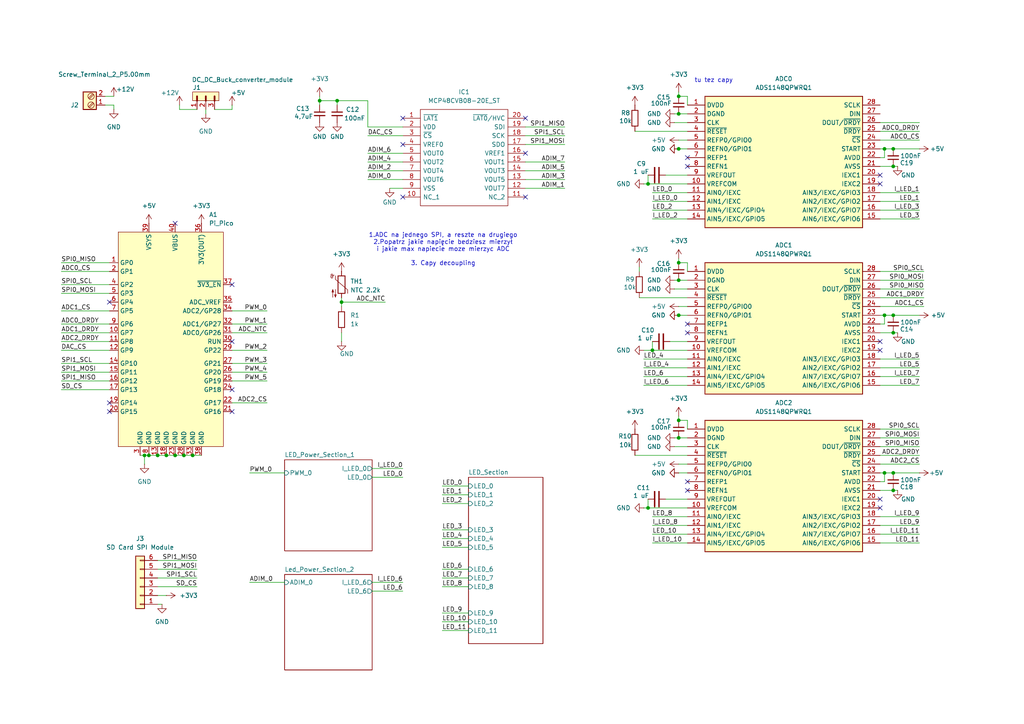
<source format=kicad_sch>
(kicad_sch (version 20231120) (generator "eeschema") (generator_version "8.0")
  (paper "A4")
  (lib_symbols
    (symbol "ADS1148QPWRQ1:ADS1148QPWRQ1"
      (property "Reference" "IC" (at 52.07 7.62 0))
      (property "Value" "ADS1148QPWRQ1" (at 52.07 5.08 0))
      (symbol "ADS1148QPWRQ1_1_1"
        (pin passive line (at 0 0 0) (length 5.08) (name "DVDD") (number "1"))
        (pin passive line (at 0 -22.86 0) (length 5.08) (name "VREFCOM") (number "10"))
        (pin passive line (at 0 -25.4 0) (length 5.08) (name "AIN0/IEXC") (number "11"))
        (pin passive line (at 0 -27.94 0) (length 5.08) (name "AIN1/IEXC") (number "12"))
        (pin passive line (at 0 -30.48 0) (length 5.08) (name "AIN4/IEXC/GPIO4") (number "13"))
        (pin passive line (at 0 -33.02 0) (length 5.08) (name "AIN5/IEXC/GPIO5") (number "14"))
        (pin passive line (at 55.88 -33.02 180) (length 5.08) (name "AIN6/IEXC/GPIO6") (number "15"))
        (pin passive line (at 55.88 -30.48 180) (length 5.08) (name "AIN7/IEXC/GPIO7") (number "16"))
        (pin passive line (at 55.88 -27.94 180) (length 5.08) (name "AIN2/IEXC/GPIO2") (number "17"))
        (pin passive line (at 55.88 -25.4 180) (length 5.08) (name "AIN3/IEXC/GPIO3") (number "18"))
        (pin passive line (at 55.88 -22.86 180) (length 5.08) (name "IEXC2") (number "19"))
        (pin passive line (at 0 -2.54 0) (length 5.08) (name "DGND") (number "2"))
        (pin passive line (at 55.88 -20.32 180) (length 5.08) (name "IEXC1") (number "20"))
        (pin passive line (at 55.88 -17.78 180) (length 5.08) (name "AVSS") (number "21"))
        (pin passive line (at 55.88 -15.24 180) (length 5.08) (name "AVDD") (number "22"))
        (pin passive line (at 55.88 -12.7 180) (length 5.08) (name "START") (number "23"))
        (pin passive line (at 55.88 -10.16 180) (length 5.08) (name "~{CS}") (number "24"))
        (pin passive line (at 55.88 -7.62 180) (length 5.08) (name "~{DRDY}") (number "25"))
        (pin passive line (at 55.88 -5.08 180) (length 5.08) (name "DOUT/~{DRDY}") (number "26"))
        (pin passive line (at 55.88 -2.54 180) (length 5.08) (name "DIN") (number "27"))
        (pin passive line (at 55.88 0 180) (length 5.08) (name "SCLK") (number "28"))
        (pin passive line (at 0 -5.08 0) (length 5.08) (name "CLK") (number "3"))
        (pin passive line (at 0 -7.62 0) (length 5.08) (name "~{RESET}") (number "4"))
        (pin passive line (at 0 -10.16 0) (length 5.08) (name "REFP0/GPIO0") (number "5"))
        (pin passive line (at 0 -12.7 0) (length 5.08) (name "REFN0/GPIO1") (number "6"))
        (pin passive line (at 0 -15.24 0) (length 5.08) (name "REFP1") (number "7"))
        (pin passive line (at 0 -17.78 0) (length 5.08) (name "REFN1") (number "8"))
        (pin passive line (at 0 -20.32 0) (length 5.08) (name "VREFOUT") (number "9"))
      )
    )
    (symbol "Device:C_Small" (pin_numbers hide) (pin_names (offset 0.254) hide)
      (property "Reference" "C" (at 0.254 1.778 0))
      (property "Value" "C_Small" (at 0.254 -2.032 0))
      (symbol "C_Small_1_1"
        (pin passive line (at 0 2.54 270) (length 2.032) (name "~") (number "1"))
        (pin passive line (at 0 -2.54 90) (length 2.032) (name "~") (number "2"))
      )
    )
    (symbol "Device:Thermistor_NTC" (pin_numbers hide) (pin_names (offset 0))
      (property "Reference" "TH" (at -4.445 0 90))
      (property "Value" "Thermistor_NTC" (at 3.175 0 90))
      (symbol "Thermistor_NTC_1_1"
        (pin passive line (at 0 3.81 270) (length 1.27) (name "~") (number "1"))
        (pin passive line (at 0 -3.81 90) (length 1.27) (name "~") (number "2"))
      )
    )
    (symbol "MCP48CVB08-20E_ST:MCP48CVB08-20E_ST" (pin_names (offset 0.762))
      (property "Reference" "IC" (at 31.75 7.62 0))
      (property "Value" "MCP48CVB08-20E_ST" (at 31.75 5.08 0))
      (symbol "MCP48CVB08-20E_ST_0_0"
        (pin passive line (at 0 0 0) (length 5.08) (name "~{LAT1}") (number "1"))
        (pin passive line (at 0 -22.86 0) (length 5.08) (name "NC_1") (number "10"))
        (pin passive line (at 35.56 -22.86 180) (length 5.08) (name "NC_2") (number "11"))
        (pin passive line (at 35.56 -20.32 180) (length 5.08) (name "VOUT7") (number "12"))
        (pin passive line (at 35.56 -17.78 180) (length 5.08) (name "VOUT5") (number "13"))
        (pin passive line (at 35.56 -15.24 180) (length 5.08) (name "VOUT3") (number "14"))
        (pin passive line (at 35.56 -12.7 180) (length 5.08) (name "VOUT1") (number "15"))
        (pin passive line (at 35.56 -10.16 180) (length 5.08) (name "VREF1") (number "16"))
        (pin passive line (at 35.56 -7.62 180) (length 5.08) (name "SDO") (number "17"))
        (pin passive line (at 35.56 -5.08 180) (length 5.08) (name "SCK") (number "18"))
        (pin passive line (at 35.56 -2.54 180) (length 5.08) (name "SDI") (number "19"))
        (pin passive line (at 0 -2.54 0) (length 5.08) (name "VDD") (number "2"))
        (pin passive line (at 35.56 0 180) (length 5.08) (name "~{LAT0}/HVC") (number "20"))
        (pin passive line (at 0 -5.08 0) (length 5.08) (name "~{CS}") (number "3"))
        (pin passive line (at 0 -7.62 0) (length 5.08) (name "VREF0") (number "4"))
        (pin passive line (at 0 -10.16 0) (length 5.08) (name "VOUT0") (number "5"))
        (pin passive line (at 0 -12.7 0) (length 5.08) (name "VOUT2") (number "6"))
        (pin passive line (at 0 -15.24 0) (length 5.08) (name "VOUT4") (number "7"))
        (pin passive line (at 0 -17.78 0) (length 5.08) (name "VOUT6") (number "8"))
        (pin passive line (at 0 -20.32 0) (length 5.08) (name "VSS") (number "9"))
      )
    )
    (symbol "PCM_4ms_Connector:Conn_01x06" (pin_names (offset 1.016) hide)
      (property "Reference" "J" (at 0 7.62 0))
      (property "Value" "Conn_01x06" (at 0 -10.16 0))
      (symbol "Conn_01x06_1_1"
        (pin passive line (at -5.08 5.08 0) (length 3.81) (name "Pin_1") (number "1"))
        (pin passive line (at -5.08 2.54 0) (length 3.81) (name "Pin_2") (number "2"))
        (pin passive line (at -5.08 0 0) (length 3.81) (name "Pin_3") (number "3"))
        (pin passive line (at -5.08 -2.54 0) (length 3.81) (name "Pin_4") (number "4"))
        (pin passive line (at -5.08 -5.08 0) (length 3.81) (name "Pin_5") (number "5"))
        (pin passive line (at -5.08 -7.62 0) (length 3.81) (name "Pin_6") (number "6"))
      )
    )
    (symbol "PCM_4ms_Power-symbol:+12V" (power) (pin_names (offset 0))
      (property "Value" "+12V" (at 0 3.556 0))
      (symbol "+12V_1_1"
        (pin power_in line (at 0 0 90) (length 0) hide (name "+12V") (number "1"))
      )
    )
    (symbol "PCM_SL_Development_Board:Raspberry_Pi_Pico_THT"
      (property "Reference" "A" (at 12.7 34.29 0))
      (property "Value" "Raspberry_Pi_Pico_THT" (at 21.59 31.75 0))
      (symbol "Raspberry_Pi_Pico_THT_1_1"
        (pin bidirectional line (at -17.78 20.32 0) (length 2.54) (name "GP0") (number "1"))
        (pin bidirectional line (at -17.78 0 0) (length 2.54) (name "GP7") (number "10"))
        (pin bidirectional line (at -17.78 -2.54 0) (length 2.54) (name "GP8") (number "11"))
        (pin bidirectional line (at -17.78 -5.08 0) (length 2.54) (name "GP9") (number "12"))
        (pin power_in line (at -3.81 -35.56 90) (length 2.54) (name "GND") (number "13"))
        (pin bidirectional line (at -17.78 -8.89 0) (length 2.54) (name "GP10") (number "14"))
        (pin bidirectional line (at -17.78 -11.43 0) (length 2.54) (name "GP11") (number "15"))
        (pin bidirectional line (at -17.78 -13.97 0) (length 2.54) (name "GP12") (number "16"))
        (pin bidirectional line (at -17.78 -16.51 0) (length 2.54) (name "GP13") (number "17"))
        (pin power_in line (at -1.27 -35.56 90) (length 2.54) (name "GND") (number "18"))
        (pin bidirectional line (at -17.78 -20.32 0) (length 2.54) (name "GP14") (number "19"))
        (pin bidirectional line (at -17.78 17.78 0) (length 2.54) (name "GP1") (number "2"))
        (pin bidirectional line (at -17.78 -22.86 0) (length 2.54) (name "GP15") (number "20"))
        (pin bidirectional line (at 17.78 -22.86 180) (length 2.54) (name "GP16") (number "21"))
        (pin bidirectional line (at 17.78 -20.32 180) (length 2.54) (name "GP17") (number "22"))
        (pin power_in line (at 1.27 -35.56 90) (length 2.54) (name "GND") (number "23"))
        (pin bidirectional line (at 17.78 -16.51 180) (length 2.54) (name "GP18") (number "24"))
        (pin bidirectional line (at 17.78 -13.97 180) (length 2.54) (name "GP19") (number "25"))
        (pin bidirectional line (at 17.78 -11.43 180) (length 2.54) (name "GP20") (number "26"))
        (pin bidirectional line (at 17.78 -8.89 180) (length 2.54) (name "GP21") (number "27"))
        (pin power_in line (at 3.81 -35.56 90) (length 2.54) (name "GND") (number "28"))
        (pin bidirectional line (at 17.78 -5.08 180) (length 2.54) (name "GP22") (number "29"))
        (pin power_in line (at -8.89 -35.56 90) (length 2.54) (name "GND") (number "3"))
        (pin bidirectional line (at 17.78 -2.54 180) (length 2.54) (name "RUN") (number "30"))
        (pin bidirectional line (at 17.78 0 180) (length 2.54) (name "ADC0/GP26") (number "31"))
        (pin bidirectional line (at 17.78 2.54 180) (length 2.54) (name "ADC1/GP27") (number "32"))
        (pin power_in line (at 6.35 -35.56 90) (length 2.54) (name "GND") (number "33"))
        (pin bidirectional line (at 17.78 6.35 180) (length 2.54) (name "ADC2/GP28") (number "34"))
        (pin bidirectional line (at 17.78 8.89 180) (length 2.54) (name "ADC_VREF") (number "35"))
        (pin power_in line (at 8.89 31.75 270) (length 2.54) (name "3V3(OUT)") (number "36"))
        (pin bidirectional line (at 17.78 13.97 180) (length 2.54) (name "~{3V3_EN}") (number "37"))
        (pin power_in line (at 8.89 -35.56 90) (length 2.54) (name "GND") (number "38"))
        (pin power_in line (at -6.35 31.75 270) (length 2.54) (name "VSYS") (number "39"))
        (pin bidirectional line (at -17.78 13.97 0) (length 2.54) (name "GP2") (number "4"))
        (pin power_in line (at 1.27 31.75 270) (length 2.54) (name "VBUS") (number "40"))
        (pin bidirectional line (at -17.78 11.43 0) (length 2.54) (name "GP3") (number "5"))
        (pin bidirectional line (at -17.78 8.89 0) (length 2.54) (name "GP4") (number "6"))
        (pin bidirectional line (at -17.78 6.35 0) (length 2.54) (name "GP5") (number "7"))
        (pin power_in line (at -6.35 -35.56 90) (length 2.54) (name "GND") (number "8"))
        (pin bidirectional line (at -17.78 2.54 0) (length 2.54) (name "GP6") (number "9"))
      )
    )
    (symbol "PCM_SL_Devices:Capacitor_NP"
      (property "Reference" "C" (at 0 6.35 0))
      (property "Value" "Capacitor_NP" (at 0 3.81 0))
      (symbol "Capacitor_NP_1_1"
        (pin passive line (at -2.54 0 0) (length 2) (name "~") (number "1"))
        (pin input line (at 2.54 0 180) (length 2) (name "~") (number "2"))
      )
    )
    (symbol "PCM_SL_Pin_Headers:PINHD_1x3_Male"
      (property "Reference" "J" (at 0 7.62 0))
      (property "Value" "PINHD_1x3_Male" (at 0 5.08 0))
      (symbol "PINHD_1x3_Male_1_1"
        (pin passive line (at -3.81 2.54 0) (length 2.54) (name "") (number "1"))
        (pin passive line (at -3.81 0 0) (length 2.54) (name "") (number "2"))
        (pin passive line (at -3.81 -2.54 0) (length 2.54) (name "") (number "3"))
      )
    )
    (symbol "PCM_SL_Resistors:Resistor"
      (property "Reference" "R" (at 0 5.08 0))
      (property "Value" "Resistor" (at 0 2.54 0))
      (symbol "Resistor_1_1"
        (pin passive line (at -3.81 0 0) (length 1.5) (name "") (number "1"))
        (pin passive line (at 3.81 0 180) (length 1.5) (name "~") (number "2"))
      )
    )
    (symbol "PCM_SL_Screw_Terminal:Screw_Terminal_2_P5.00mm"
      (property "Reference" "J" (at 0 3.81 0))
      (property "Value" "Screw_Terminal_2_P5.00mm" (at 0 -3.81 0))
      (symbol "Screw_Terminal_2_P5.00mm_1_1"
        (pin passive line (at -3.81 1.27 0) (length 2.54) (name "") (number "1"))
        (pin passive line (at -3.81 -1.27 0) (length 2.54) (name "") (number "2"))
      )
    )
    (symbol "power:+3V3" (power) (pin_numbers hide) (pin_names (offset 0) hide)
      (property "Value" "+3V3" (at 0 3.556 0))
      (symbol "+3V3_1_1"
        (pin power_in line (at 0 0 90) (length 0) (name "~") (number "1"))
      )
    )
    (symbol "power:+5V" (power) (pin_numbers hide) (pin_names (offset 0) hide)
      (property "Value" "+5V" (at 0 3.556 0))
      (symbol "+5V_1_1"
        (pin power_in line (at 0 0 90) (length 0) (name "~") (number "1"))
      )
    )
    (symbol "power:GND" (power) (pin_numbers hide) (pin_names (offset 0) hide)
      (property "Value" "GND" (at 0 -3.81 0))
      (symbol "GND_1_1"
        (pin power_in line (at 0 0 270) (length 0) (name "~") (number "1"))
      )
    )
  )
  (junction (at 48.26 132.08))
  (junction (at 196.85 27.94))
  (junction (at 189.23 101.6))
  (junction (at 196.85 76.2))
  (junction (at 259.08 142.24))
  (junction (at 43.18 132.08))
  (junction (at 259.08 96.52))
  (junction (at 259.08 137.16))
  (junction (at 259.08 48.26))
  (junction (at 196.85 43.18))
  (junction (at 196.85 127))
  (junction (at 92.71 29.21))
  (junction (at 196.85 91.44))
  (junction (at 259.08 43.18))
  (junction (at 97.79 29.21))
  (junction (at 99.06 87.63))
  (junction (at 256.54 43.18))
  (junction (at 187.96 53.34))
  (junction (at 196.85 81.28))
  (junction (at 187.96 147.32))
  (junction (at 259.08 91.44))
  (junction (at 45.72 132.08))
  (junction (at 256.54 137.16))
  (junction (at 196.85 121.92))
  (junction (at 50.8 132.08))
  (junction (at 55.88 132.08))
  (junction (at 256.54 91.44))
  (junction (at 41.91 132.08))
  (junction (at 196.85 33.02))
  (junction (at 53.34 132.08))
  (no_connect (at 199.39 96.52))
  (no_connect (at 152.4 44.45))
  (no_connect (at 31.75 87.63))
  (no_connect (at 255.27 101.6))
  (no_connect (at 255.27 53.34))
  (no_connect (at 255.27 147.32))
  (no_connect (at 116.84 41.91))
  (no_connect (at 50.8 64.77))
  (no_connect (at 255.27 144.78))
  (no_connect (at 152.4 34.29))
  (no_connect (at 67.31 82.55))
  (no_connect (at 116.84 57.15))
  (no_connect (at 67.31 113.03))
  (no_connect (at 199.39 139.7))
  (no_connect (at 116.84 34.29))
  (no_connect (at 255.27 99.06))
  (no_connect (at 199.39 45.72))
  (no_connect (at 199.39 48.26))
  (no_connect (at 31.75 116.84))
  (no_connect (at 199.39 142.24))
  (no_connect (at 67.31 119.38))
  (no_connect (at 67.31 99.06))
  (no_connect (at 199.39 93.98))
  (no_connect (at 31.75 119.38))
  (no_connect (at 152.4 57.15))
  (no_connect (at 255.27 50.8))
  (wire (pts (xy 67.31 31.75) (xy 67.31 30.48)))
  (wire (pts (xy 267.97 88.9) (xy 255.27 88.9)))
  (wire (pts (xy 163.83 39.37) (xy 152.4 39.37)))
  (wire (pts (xy 184.15 132.08) (xy 199.39 132.08)))
  (wire (pts (xy 128.27 156.21) (xy 135.89 156.21)))
  (wire (pts (xy 256.54 91.44) (xy 256.54 93.98)))
  (wire (pts (xy 17.78 96.52) (xy 31.75 96.52)))
  (wire (pts (xy 189.23 55.88) (xy 199.39 55.88)))
  (wire (pts (xy 107.95 138.43) (xy 116.84 138.43)))
  (wire (pts (xy 195.58 129.54) (xy 199.39 129.54)))
  (wire (pts (xy 266.7 111.76) (xy 255.27 111.76)))
  (wire (pts (xy 77.47 116.84) (xy 67.31 116.84)))
  (wire (pts (xy 186.69 53.34) (xy 187.96 53.34)))
  (wire (pts (xy 196.85 121.92) (xy 196.85 120.65)))
  (wire (pts (xy 196.85 127) (xy 199.39 127)))
  (wire (pts (xy 128.27 153.67) (xy 135.89 153.67)))
  (wire (pts (xy 255.27 137.16) (xy 256.54 137.16)))
  (wire (pts (xy 17.78 101.6) (xy 31.75 101.6)))
  (wire (pts (xy 41.91 134.62) (xy 41.91 132.08)))
  (wire (pts (xy 128.27 170.18) (xy 135.89 170.18)))
  (wire (pts (xy 195.58 81.28) (xy 196.85 81.28)))
  (wire (pts (xy 256.54 139.7) (xy 256.54 137.16)))
  (wire (pts (xy 57.15 162.56) (xy 45.72 162.56)))
  (wire (pts (xy 266.7 134.62) (xy 255.27 134.62)))
  (wire (pts (xy 267.97 86.36) (xy 255.27 86.36)))
  (wire (pts (xy 128.27 158.75) (xy 135.89 158.75)))
  (wire (pts (xy 187.96 147.32) (xy 199.39 147.32)))
  (wire (pts (xy 17.78 76.2) (xy 31.75 76.2)))
  (wire (pts (xy 266.7 129.54) (xy 255.27 129.54)))
  (wire (pts (xy 266.7 106.68) (xy 255.27 106.68)))
  (wire (pts (xy 266.7 55.88) (xy 255.27 55.88)))
  (wire (pts (xy 196.85 27.94) (xy 196.85 26.67)))
  (wire (pts (xy 106.68 49.53) (xy 116.84 49.53)))
  (wire (pts (xy 17.78 90.17) (xy 31.75 90.17)))
  (wire (pts (xy 67.31 96.52) (xy 77.47 96.52)))
  (wire (pts (xy 189.23 63.5) (xy 199.39 63.5)))
  (wire (pts (xy 196.85 81.28) (xy 199.39 81.28)))
  (wire (pts (xy 196.85 137.16) (xy 199.39 137.16)))
  (wire (pts (xy 52.07 31.75) (xy 52.07 30.48)))
  (wire (pts (xy 187.96 50.8) (xy 187.96 53.34)))
  (wire (pts (xy 99.06 86.36) (xy 99.06 87.63)))
  (wire (pts (xy 187.96 53.34) (xy 199.39 53.34)))
  (wire (pts (xy 17.78 78.74) (xy 31.75 78.74)))
  (wire (pts (xy 17.78 113.03) (xy 31.75 113.03)))
  (wire (pts (xy 259.08 137.16) (xy 266.7 137.16)))
  (wire (pts (xy 17.78 85.09) (xy 31.75 85.09)))
  (wire (pts (xy 256.54 43.18) (xy 259.08 43.18)))
  (wire (pts (xy 266.7 132.08) (xy 255.27 132.08)))
  (wire (pts (xy 77.47 101.6) (xy 67.31 101.6)))
  (wire (pts (xy 46.99 175.26) (xy 45.72 175.26)))
  (wire (pts (xy 266.7 152.4) (xy 255.27 152.4)))
  (wire (pts (xy 186.69 147.32) (xy 187.96 147.32)))
  (wire (pts (xy 17.78 107.95) (xy 31.75 107.95)))
  (wire (pts (xy 186.69 109.22) (xy 199.39 109.22)))
  (wire (pts (xy 55.88 132.08) (xy 58.42 132.08)))
  (wire (pts (xy 106.68 36.83) (xy 116.84 36.83)))
  (wire (pts (xy 196.85 43.18) (xy 199.39 43.18)))
  (wire (pts (xy 57.15 165.1) (xy 45.72 165.1)))
  (wire (pts (xy 107.95 171.45) (xy 116.84 171.45)))
  (wire (pts (xy 267.97 83.82) (xy 255.27 83.82)))
  (wire (pts (xy 260.35 96.52) (xy 259.08 96.52)))
  (wire (pts (xy 99.06 99.06) (xy 99.06 96.52)))
  (wire (pts (xy 259.08 142.24) (xy 260.35 142.24)))
  (wire (pts (xy 195.58 33.02) (xy 196.85 33.02)))
  (wire (pts (xy 266.7 157.48) (xy 255.27 157.48)))
  (wire (pts (xy 92.71 30.48) (xy 92.71 29.21)))
  (wire (pts (xy 256.54 93.98) (xy 255.27 93.98)))
  (wire (pts (xy 33.02 30.48) (xy 30.48 30.48)))
  (wire (pts (xy 255.27 43.18) (xy 256.54 43.18)))
  (wire (pts (xy 259.08 43.18) (xy 266.7 43.18)))
  (wire (pts (xy 199.39 27.94) (xy 196.85 27.94)))
  (wire (pts (xy 184.15 38.1) (xy 199.39 38.1)))
  (wire (pts (xy 255.27 139.7) (xy 256.54 139.7)))
  (wire (pts (xy 106.68 44.45) (xy 116.84 44.45)))
  (wire (pts (xy 189.23 154.94) (xy 199.39 154.94)))
  (wire (pts (xy 77.47 110.49) (xy 67.31 110.49)))
  (wire (pts (xy 266.7 154.94) (xy 255.27 154.94)))
  (wire (pts (xy 97.79 29.21) (xy 106.68 29.21)))
  (wire (pts (xy 17.78 93.98) (xy 31.75 93.98)))
  (wire (pts (xy 255.27 142.24) (xy 259.08 142.24)))
  (wire (pts (xy 187.96 144.78) (xy 187.96 147.32)))
  (wire (pts (xy 77.47 107.95) (xy 67.31 107.95)))
  (wire (pts (xy 163.83 52.07) (xy 152.4 52.07)))
  (wire (pts (xy 256.54 137.16) (xy 259.08 137.16)))
  (wire (pts (xy 189.23 99.06) (xy 189.23 101.6)))
  (wire (pts (xy 189.23 101.6) (xy 199.39 101.6)))
  (wire (pts (xy 266.7 63.5) (xy 255.27 63.5)))
  (wire (pts (xy 266.7 58.42) (xy 255.27 58.42)))
  (wire (pts (xy 128.27 180.34) (xy 135.89 180.34)))
  (wire (pts (xy 17.78 99.06) (xy 31.75 99.06)))
  (wire (pts (xy 255.27 81.28) (xy 267.97 81.28)))
  (wire (pts (xy 92.71 29.21) (xy 97.79 29.21)))
  (wire (pts (xy 186.69 106.68) (xy 199.39 106.68)))
  (wire (pts (xy 196.85 40.64) (xy 199.39 40.64)))
  (wire (pts (xy 128.27 146.05) (xy 135.89 146.05)))
  (wire (pts (xy 128.27 140.97) (xy 135.89 140.97)))
  (wire (pts (xy 266.7 109.22) (xy 255.27 109.22)))
  (wire (pts (xy 53.34 132.08) (xy 50.8 132.08)))
  (wire (pts (xy 195.58 35.56) (xy 199.39 35.56)))
  (wire (pts (xy 199.39 76.2) (xy 199.39 78.74)))
  (wire (pts (xy 193.04 144.78) (xy 199.39 144.78)))
  (wire (pts (xy 128.27 182.88) (xy 135.89 182.88)))
  (wire (pts (xy 195.58 127) (xy 196.85 127)))
  (wire (pts (xy 55.88 132.08) (xy 53.34 132.08)))
  (wire (pts (xy 17.78 110.49) (xy 31.75 110.49)))
  (wire (pts (xy 59.69 33.02) (xy 59.69 31.75)))
  (wire (pts (xy 41.91 132.08) (xy 43.18 132.08)))
  (wire (pts (xy 259.08 91.44) (xy 266.7 91.44)))
  (wire (pts (xy 106.68 39.37) (xy 116.84 39.37)))
  (wire (pts (xy 43.18 132.08) (xy 45.72 132.08)))
  (wire (pts (xy 256.54 91.44) (xy 259.08 91.44)))
  (wire (pts (xy 186.69 101.6) (xy 189.23 101.6)))
  (wire (pts (xy 256.54 43.18) (xy 256.54 45.72)))
  (wire (pts (xy 45.72 172.72) (xy 48.26 172.72)))
  (wire (pts (xy 128.27 143.51) (xy 135.89 143.51)))
  (wire (pts (xy 255.27 91.44) (xy 256.54 91.44)))
  (wire (pts (xy 195.58 83.82) (xy 199.39 83.82)))
  (wire (pts (xy 186.69 111.76) (xy 199.39 111.76)))
  (wire (pts (xy 106.68 29.21) (xy 106.68 36.83)))
  (wire (pts (xy 189.23 157.48) (xy 199.39 157.48)))
  (wire (pts (xy 62.23 31.75) (xy 67.31 31.75)))
  (wire (pts (xy 194.31 99.06) (xy 199.39 99.06)))
  (wire (pts (xy 163.83 41.91) (xy 152.4 41.91)))
  (wire (pts (xy 185.42 77.47) (xy 185.42 78.74)))
  (wire (pts (xy 196.85 88.9) (xy 199.39 88.9)))
  (wire (pts (xy 193.04 50.8) (xy 199.39 50.8)))
  (wire (pts (xy 72.39 168.91) (xy 82.55 168.91)))
  (wire (pts (xy 266.7 35.56) (xy 255.27 35.56)))
  (wire (pts (xy 199.39 121.92) (xy 199.39 124.46)))
  (wire (pts (xy 30.48 27.94) (xy 33.02 27.94)))
  (wire (pts (xy 33.02 31.75) (xy 33.02 30.48)))
  (wire (pts (xy 189.23 152.4) (xy 199.39 152.4)))
  (wire (pts (xy 196.85 76.2) (xy 196.85 74.93)))
  (wire (pts (xy 255.27 48.26) (xy 259.08 48.26)))
  (wire (pts (xy 199.39 121.92) (xy 196.85 121.92)))
  (wire (pts (xy 99.06 87.63) (xy 99.06 88.9)))
  (wire (pts (xy 266.7 38.1) (xy 255.27 38.1)))
  (wire (pts (xy 266.7 104.14) (xy 255.27 104.14)))
  (wire (pts (xy 255.27 78.74) (xy 267.97 78.74)))
  (wire (pts (xy 189.23 149.86) (xy 199.39 149.86)))
  (wire (pts (xy 163.83 49.53) (xy 152.4 49.53)))
  (wire (pts (xy 57.15 170.18) (xy 45.72 170.18)))
  (wire (pts (xy 77.47 105.41) (xy 67.31 105.41)))
  (wire (pts (xy 163.83 36.83) (xy 152.4 36.83)))
  (wire (pts (xy 97.79 29.21) (xy 97.79 30.48)))
  (wire (pts (xy 266.7 149.86) (xy 255.27 149.86)))
  (wire (pts (xy 50.8 132.08) (xy 48.26 132.08)))
  (wire (pts (xy 57.15 167.64) (xy 45.72 167.64)))
  (wire (pts (xy 186.69 104.14) (xy 199.39 104.14)))
  (wire (pts (xy 185.42 86.36) (xy 199.39 86.36)))
  (wire (pts (xy 189.23 60.96) (xy 199.39 60.96)))
  (wire (pts (xy 266.7 60.96) (xy 255.27 60.96)))
  (wire (pts (xy 57.15 31.75) (xy 52.07 31.75)))
  (wire (pts (xy 199.39 27.94) (xy 199.39 30.48)))
  (wire (pts (xy 266.7 40.64) (xy 255.27 40.64)))
  (wire (pts (xy 92.71 27.94) (xy 92.71 29.21)))
  (wire (pts (xy 113.03 54.61) (xy 116.84 54.61)))
  (wire (pts (xy 266.7 124.46) (xy 255.27 124.46)))
  (wire (pts (xy 128.27 177.8) (xy 135.89 177.8)))
  (wire (pts (xy 106.68 52.07) (xy 116.84 52.07)))
  (wire (pts (xy 128.27 167.64) (xy 135.89 167.64)))
  (wire (pts (xy 107.95 168.91) (xy 116.84 168.91)))
  (wire (pts (xy 77.47 90.17) (xy 67.31 90.17)))
  (wire (pts (xy 17.78 82.55) (xy 31.75 82.55)))
  (wire (pts (xy 163.83 46.99) (xy 152.4 46.99)))
  (wire (pts (xy 111.76 87.63) (xy 99.06 87.63)))
  (wire (pts (xy 106.68 46.99) (xy 116.84 46.99)))
  (wire (pts (xy 259.08 48.26) (xy 260.35 48.26)))
  (wire (pts (xy 189.23 58.42) (xy 199.39 58.42)))
  (wire (pts (xy 196.85 33.02) (xy 199.39 33.02)))
  (wire (pts (xy 72.39 137.16) (xy 82.55 137.16)))
  (wire (pts (xy 196.85 91.44) (xy 199.39 91.44)))
  (wire (pts (xy 266.7 127) (xy 255.27 127)))
  (wire (pts (xy 255.27 96.52) (xy 259.08 96.52)))
  (wire (pts (xy 128.27 165.1) (xy 135.89 165.1)))
  (wire (pts (xy 116.84 135.89) (xy 107.95 135.89)))
  (wire (pts (xy 196.85 134.62) (xy 199.39 134.62)))
  (wire (pts (xy 45.72 132.08) (xy 48.26 132.08)))
  (wire (pts (xy 199.39 76.2) (xy 196.85 76.2)))
  (wire (pts (xy 41.91 132.08) (xy 40.64 132.08)))
  (wire (pts (xy 17.78 105.41) (xy 31.75 105.41)))
  (wire (pts (xy 256.54 45.72) (xy 255.27 45.72)))
  (wire (pts (xy 77.47 93.98) (xy 67.31 93.98)))
  (wire (pts (xy 163.83 54.61) (xy 152.4 54.61)))
  (text "1.ADC na jednego SPI, a reszte na drugiego\n2.Popatrz jakie napięcie bedziesz mierzył\ni jakie max napiecie moze mierzyc ADC\n\n3. Capy decoupling\n" (at 128.524 72.39 0) (effects (font (size 1.27 1.27))))
  (text "tu tez capy\n" (at 207.01 23.368 0) (effects (font (size 1.27 1.27))))
  (label "LED_8" (at 128.27 170.18 0))
  (label "SPI0_MISO" (at 17.78 76.2 0))
  (label "I_LED_11" (at 266.7 154.94 180))
  (label "LED_2" (at 189.23 60.96 0))
  (label "ADIM_0" (at 106.68 52.07 0))
  (label "I_LED_4" (at 186.69 106.68 0))
  (label "LED_1" (at 266.7 58.42 180))
  (label "SPI1_SCL" (at 163.83 39.37 180))
  (label "LED_8" (at 189.23 149.86 0))
  (label "I_LED_5" (at 266.7 104.14 180))
  (label "SPI1_SCL" (at 57.15 167.64 180))
  (label "SPI0_SCL" (at 17.78 82.55 0))
  (label "SPI1_MOSI" (at 17.78 107.95 0))
  (label "LED_6" (at 186.69 109.22 0))
  (label "LED_0" (at 116.84 138.43 180))
  (label "SPI1_MISO" (at 57.15 162.56 180))
  (label "LED_5" (at 266.7 106.68 180))
  (label "LED_7" (at 128.27 167.64 0))
  (label "ADC2_CS" (at 266.7 134.62 180))
  (label "ADC1_DRDY" (at 17.78 96.52 0))
  (label "SPI1_SCL" (at 17.78 105.41 0))
  (label "I_LED_10" (at 189.23 157.48 0))
  (label "ADC_NTC" (at 77.47 96.52 180))
  (label "LED_5" (at 128.27 158.75 0))
  (label "SPI0_SCL" (at 266.7 124.46 180))
  (label "PWM_3" (at 77.47 105.41 180))
  (label "I_LED_8" (at 189.23 152.4 0))
  (label "LED_0" (at 189.23 55.88 0))
  (label "DAC_CS" (at 17.78 101.6 0))
  (label "SPI1_MISO" (at 163.83 36.83 180))
  (label "LED_3" (at 266.7 63.5 180))
  (label "LED_6" (at 116.84 171.45 180))
  (label "ADC2_CS" (at 77.47 116.84 180))
  (label "I_LED_2" (at 189.23 63.5 0))
  (label "SD_CS" (at 17.78 113.03 0))
  (label "ADC1_DRDY" (at 267.97 86.36 180))
  (label "I_LED_3" (at 266.7 60.96 180))
  (label "LED_4" (at 128.27 156.21 0))
  (label "ADIM_5" (at 163.83 49.53 180))
  (label "I_LED_0" (at 189.23 58.42 0))
  (label "ADC0_CS" (at 17.78 78.74 0))
  (label "SPI0_SCL" (at 267.97 78.74 180))
  (label "ADC1_CS" (at 17.78 90.17 0))
  (label "ADIM_3" (at 163.83 52.07 180))
  (label "SPI0_MISO" (at 267.97 83.82 180))
  (label "LED_6" (at 128.27 165.1 0))
  (label "ADC0_DRDY" (at 266.7 38.1 180))
  (label "ADC0_DRDY" (at 17.78 93.98 0))
  (label "I_LED_7" (at 266.7 109.22 180))
  (label "ADC2_DRDY" (at 17.78 99.06 0))
  (label "DAC_CS" (at 106.68 39.37 0))
  (label "LED_9" (at 266.7 152.4 180))
  (label "PWM_4" (at 77.47 107.95 180))
  (label "I_LED_0" (at 116.84 135.89 180))
  (label "ADIM_4" (at 106.68 46.99 0))
  (label "I_LED_1" (at 266.7 55.88 180))
  (label "LED_9" (at 128.27 177.8 0))
  (label "LED_1" (at 128.27 143.51 0))
  (label "LED_7" (at 266.7 111.76 180))
  (label "PWM_1" (at 77.47 93.98 180))
  (label "LED_11" (at 128.27 182.88 0))
  (label "ADIM_2" (at 106.68 49.53 0))
  (label "PWM_0" (at 72.39 137.16 0))
  (label "SPI1_MOSI" (at 57.15 165.1 180))
  (label "PWM_2" (at 77.47 101.6 180))
  (label "ADIM_0" (at 72.39 168.91 0))
  (label "ADC2_DRDY" (at 266.7 132.08 180))
  (label "SPI1_MISO" (at 17.78 110.49 0))
  (label "LED_4" (at 186.69 104.14 0))
  (label "ADIM_6" (at 106.68 44.45 0))
  (label "LED_11" (at 266.7 157.48 180))
  (label "I_LED_6" (at 116.84 168.91 180))
  (label "SPI0_MOSI" (at 17.78 85.09 0))
  (label "LED_10" (at 128.27 180.34 0))
  (label "LED_3" (at 128.27 153.67 0))
  (label "LED_0" (at 128.27 140.97 0))
  (label "ADIM_7" (at 163.83 46.99 180))
  (label "ADC_NTC" (at 111.76 87.63 180))
  (label "PWM_5" (at 77.47 110.49 180))
  (label "LED_2" (at 128.27 146.05 0))
  (label "LED_10" (at 189.23 154.94 0))
  (label "ADC0_CS" (at 266.7 40.64 180))
  (label "I_LED_9" (at 266.7 149.86 180))
  (label "SPI0_MOSI" (at 267.97 81.28 180))
  (label "SD_CS" (at 57.15 170.18 180))
  (label "SPI0_MISO" (at 266.7 129.54 180))
  (label "SPI1_MOSI" (at 163.83 41.91 180))
  (label "SPI0_MOSI" (at 266.7 127 180))
  (label "PWM_0" (at 77.47 90.17 180))
  (label "ADIM_1" (at 163.83 54.61 180))
  (label "ADC1_CS" (at 267.97 88.9 180))
  (label "I_LED_6" (at 186.69 111.76 0))
  (symbol (lib_id "power:+5V") (at 266.7 91.44 270) (unit 1)
    (property "Reference" "#PWR024" (effects (hide yes)))
    (property "Value" "+5V" (at 270.002 91.44 90) (effects (justify left)))
    (property "Description" "Power symbol creates a global label with name \"+5V\"" (effects (hide yes)))
  )
  (symbol (lib_id "power:+3V3") (at 48.26 172.72 270) (unit 1)
    (property "Reference" "#PWR032" (effects (hide yes)))
    (property "Value" "+3V3" (at 52.07 172.7199 90) (effects (justify left)))
    (property "Description" "Power symbol creates a global label with name \"+3V3\"" (effects (hide yes)))
  )
  (symbol (lib_id "PCM_SL_Resistors:Resistor") (at 99.06 92.71 90) (unit 1)
    (property "Reference" "R1" (at 101.6 91.4399 90) (effects (justify right)))
    (property "Value" "1k" (at 101.6 93.9799 90) (effects (justify right)))
    (property "Footprint" "Resistor_SMD:R_1206_3216Metric_Pad1.30x1.75mm_HandSolder" (effects (hide yes)))
    (property "Description" "1/4W Resistor" (effects (hide yes)))
  )
  (symbol (lib_id "ADS1148QPWRQ1:ADS1148QPWRQ1") (at 199.39 124.46 0) (unit 1)
    (property "Reference" "ADC2" (at 227.33 116.84 0))
    (property "Value" "ADS1148QPWRQ1" (at 227.33 119.38 0))
    (property "Footprint" "ADC:SOP65P640X120-28N" (effects (hide yes)))
    (property "Datasheet" "http://www.ti.com/lit/gpn/ads1148-q1" (effects (hide yes)))
    (property "Description" "Automotive 16-Bit 2kSPS 8-Ch ADC for Precision Sensor Measurement" (effects (hide yes)))
    (property "Height" "1.2" (effects (hide yes)))
    (property "Mouser Part Number" "595-ADS1148QPWRQ1" (effects (hide yes)))
    (property "Mouser Price/Stock" "https://www.mouser.co.uk/ProductDetail/Texas-Instruments/ADS1148QPWRQ1?qs=OEYMhS7p3YY0q%252BOtOLDMAQ%3D%3D" (effects (hide yes)))
    (property "Manufacturer_Name" "Texas Instruments" (effects (hide yes)))
    (property "Manufacturer_Part_Number" "ADS1148QPWRQ1" (effects (hide yes)))
  )
  (symbol (lib_id "Device:C_Small") (at 196.85 30.48 0) (unit 1)
    (property "Reference" "C15" (at 190.5 28.194 0) (effects (justify left)))
    (property "Value" "100nF" (at 188.722 29.972 0) (effects (justify left)))
    (property "Footprint" "Capacitor_SMD:C_1206_3216Metric_Pad1.33x1.80mm_HandSolder" (effects (hide yes)))
    (property "Description" "Unpolarized capacitor, small symbol" (effects (hide yes)))
  )
  (symbol (lib_id "power:GND") (at 260.35 142.24 0) (unit 1)
    (property "Reference" "#PWR029" (effects (hide yes)))
    (property "Value" "GND" (at 265.43 144.78 0) (effects (justify right)))
    (property "Description" "Power symbol creates a global label with name \"GND\" , ground" (effects (hide yes)))
  )
  (symbol (lib_id "Device:C_Small") (at 196.85 78.74 0) (unit 1)
    (property "Reference" "C16" (at 190.5 76.454 0) (effects (justify left)))
    (property "Value" "100nF" (at 188.722 78.232 0) (effects (justify left)))
    (property "Footprint" "Capacitor_SMD:C_1206_3216Metric_Pad1.33x1.80mm_HandSolder" (effects (hide yes)))
    (property "Description" "Unpolarized capacitor, small symbol" (effects (hide yes)))
  )
  (symbol (lib_id "PCM_SL_Development_Board:Raspberry_Pi_Pico_THT") (at 49.53 96.52 0) (unit 1)
    (property "Reference" "A1" (at 60.6141 62.23 0) (effects (justify left)))
    (property "Value" "Pi_Pico" (at 60.6141 64.77 0) (effects (justify left)))
    (property "Footprint" "PCM_SL_Development_Boards:raspberry_pi_pico_THT" (effects (hide yes)))
    (property "Description" "Development Board with RP2040 MCU" (effects (hide yes)))
  )
  (symbol (lib_id "Device:C_Small") (at 259.08 45.72 180) (unit 1)
    (property "Reference" "C19" (at 264.922 47.244 0) (effects (justify left)))
    (property "Value" "100nF" (at 267.208 45.212 0) (effects (justify left)))
    (property "Footprint" "Capacitor_SMD:C_1206_3216Metric_Pad1.33x1.80mm_HandSolder" (effects (hide yes)))
    (property "Description" "Unpolarized capacitor, small symbol" (effects (hide yes)))
  )
  (symbol (lib_id "power:GND") (at 46.99 175.26 0) (unit 1)
    (property "Reference" "#PWR031" (effects (hide yes)))
    (property "Value" "GND" (at 46.99 180.34 0))
    (property "Description" "Power symbol creates a global label with name \"GND\" , ground" (effects (hide yes)))
  )
  (symbol (lib_id "PCM_SL_Resistors:Resistor") (at 185.42 82.55 90) (unit 1)
    (property "Reference" "R9" (at 181.356 81.026 90) (effects (justify right)))
    (property "Value" "10k" (at 180.848 83.312 90) (effects (justify right)))
    (property "Footprint" "Resistor_SMD:R_1206_3216Metric_Pad1.30x1.75mm_HandSolder" (effects (hide yes)))
    (property "Description" "1/4W Resistor" (effects (hide yes)))
  )
  (symbol (lib_id "power:GND") (at 195.58 33.02 270) (unit 1)
    (property "Reference" "#PWR07" (effects (hide yes)))
    (property "Value" "GND" (at 191.77 33.0199 90) (effects (justify right)))
    (property "Description" "Power symbol creates a global label with name \"GND\" , ground" (effects (hide yes)))
  )
  (symbol (lib_id "PCM_SL_Screw_Terminal:Screw_Terminal_2_P5.00mm") (at 26.67 29.21 180) (unit 1)
    (property "Reference" "J2" (at 22.86 30.4801 0) (effects (justify left)))
    (property "Value" "Screw_Terminal_2_P5.00mm" (at 43.688 21.59 0) (effects (justify left)))
    (property "Footprint" "Connector_Samtec_HPM_THT:Samtec_HPM-02-01-x-S_Straight_1x02_Pitch5.08mm" (effects (hide yes)))
  )
  (symbol (lib_id "power:+5V") (at 196.85 88.9 90) (unit 1)
    (property "Reference" "#PWR080" (effects (hide yes)))
    (property "Value" "+5V" (at 193.04 88.9001 90) (effects (justify left)))
    (property "Description" "Power symbol creates a global label with name \"+5V\"" (effects (hide yes)))
  )
  (symbol (lib_id "power:+5V") (at 43.18 64.77 0) (unit 1)
    (property "Reference" "#PWR078" (effects (hide yes)))
    (property "Value" "+5V" (at 43.18 59.69 0))
    (property "Description" "Power symbol creates a global label with name \"+5V\"" (effects (hide yes)))
  )
  (symbol (lib_id "power:GND") (at 97.79 35.56 0) (unit 1)
    (property "Reference" "#PWR030" (effects (hide yes)))
    (property "Value" "GND" (at 99.822 39.624 0) (effects (justify right)))
    (property "Description" "Power symbol creates a global label with name \"GND\" , ground" (effects (hide yes)))
  )
  (symbol (lib_id "power:GND") (at 186.69 101.6 270) (unit 1)
    (property "Reference" "#PWR065" (effects (hide yes)))
    (property "Value" "GND" (at 182.88 101.5999 90) (effects (justify right)))
    (property "Description" "Power symbol creates a global label with name \"GND\" , ground" (effects (hide yes)))
  )
  (symbol (lib_id "power:GND") (at 186.69 53.34 270) (unit 1)
    (property "Reference" "#PWR063" (effects (hide yes)))
    (property "Value" "GND" (at 182.88 53.3399 90) (effects (justify right)))
    (property "Description" "Power symbol creates a global label with name \"GND\" , ground" (effects (hide yes)))
  )
  (symbol (lib_id "Device:C_Small") (at 92.71 33.02 0) (unit 1)
    (property "Reference" "C13" (at 85.852 31.496 0) (effects (justify left)))
    (property "Value" "4,7uF" (at 85.344 33.782 0) (effects (justify left)))
    (property "Footprint" "Capacitor_SMD:C_1206_3216Metric_Pad1.33x1.80mm_HandSolder" (effects (hide yes)))
    (property "Description" "Unpolarized capacitor, small symbol" (effects (hide yes)))
  )
  (symbol (lib_id "power:+5V") (at 266.7 43.18 270) (unit 1)
    (property "Reference" "#PWR016" (effects (hide yes)))
    (property "Value" "+5V" (at 269.748 43.18 90) (effects (justify left)))
    (property "Description" "Power symbol creates a global label with name \"+5V\"" (effects (hide yes)))
  )
  (symbol (lib_id "PCM_SL_Resistors:Resistor") (at 184.15 128.27 90) (unit 1)
    (property "Reference" "R10" (at 179.324 126.492 90) (effects (justify right)))
    (property "Value" "10k" (at 179.578 129.032 90) (effects (justify right)))
    (property "Footprint" "Resistor_SMD:R_1206_3216Metric_Pad1.30x1.75mm_HandSolder" (effects (hide yes)))
    (property "Description" "1/4W Resistor" (effects (hide yes)))
  )
  (symbol (lib_id "power:+3V3") (at 196.85 74.93 0) (unit 1)
    (property "Reference" "#PWR067" (effects (hide yes)))
    (property "Value" "+3V3" (at 196.85 69.85 0))
    (property "Description" "Power symbol creates a global label with name \"+3V3\"" (effects (hide yes)))
  )
  (symbol (lib_id "ADS1148QPWRQ1:ADS1148QPWRQ1") (at 199.39 78.74 0) (unit 1)
    (property "Reference" "ADC1" (at 227.33 71.12 0))
    (property "Value" "ADS1148QPWRQ1" (at 227.33 73.66 0))
    (property "Footprint" "ADC:SOP65P640X120-28N" (effects (hide yes)))
    (property "Datasheet" "http://www.ti.com/lit/gpn/ads1148-q1" (effects (hide yes)))
    (property "Description" "Automotive 16-Bit 2kSPS 8-Ch ADC for Precision Sensor Measurement" (effects (hide yes)))
    (property "Height" "1.2" (effects (hide yes)))
    (property "Mouser Part Number" "595-ADS1148QPWRQ1" (effects (hide yes)))
    (property "Mouser Price/Stock" "https://www.mouser.co.uk/ProductDetail/Texas-Instruments/ADS1148QPWRQ1?qs=OEYMhS7p3YY0q%252BOtOLDMAQ%3D%3D" (effects (hide yes)))
    (property "Manufacturer_Name" "Texas Instruments" (effects (hide yes)))
    (property "Manufacturer_Part_Number" "ADS1148QPWRQ1" (effects (hide yes)))
  )
  (symbol (lib_id "PCM_SL_Resistors:Resistor") (at 184.15 34.29 90) (unit 1)
    (property "Reference" "R8" (at 180.086 32.766 90) (effects (justify right)))
    (property "Value" "10k" (at 179.578 35.052 90) (effects (justify right)))
    (property "Footprint" "Resistor_SMD:R_1206_3216Metric_Pad1.30x1.75mm_HandSolder" (effects (hide yes)))
    (property "Description" "1/4W Resistor" (effects (hide yes)))
  )
  (symbol (lib_id "power:+3V3") (at 92.71 27.94 0) (unit 1)
    (property "Reference" "#PWR071" (effects (hide yes)))
    (property "Value" "+3V3" (at 92.71 22.86 0))
    (property "Description" "Power symbol creates a global label with name \"+3V3\"" (effects (hide yes)))
  )
  (symbol (lib_id "ADS1148QPWRQ1:ADS1148QPWRQ1") (at 199.39 30.48 0) (unit 1)
    (property "Reference" "ADC0" (at 227.33 22.86 0))
    (property "Value" "ADS1148QPWRQ1" (at 227.33 25.4 0))
    (property "Footprint" "ADC:SOP65P640X120-28N" (effects (hide yes)))
    (property "Datasheet" "http://www.ti.com/lit/gpn/ads1148-q1" (effects (hide yes)))
    (property "Description" "Automotive 16-Bit 2kSPS 8-Ch ADC for Precision Sensor Measurement" (effects (hide yes)))
    (property "Height" "1.2" (effects (hide yes)))
    (property "Mouser Part Number" "595-ADS1148QPWRQ1" (effects (hide yes)))
    (property "Mouser Price/Stock" "https://www.mouser.co.uk/ProductDetail/Texas-Instruments/ADS1148QPWRQ1?qs=OEYMhS7p3YY0q%252BOtOLDMAQ%3D%3D" (effects (hide yes)))
    (property "Manufacturer_Name" "Texas Instruments" (effects (hide yes)))
    (property "Manufacturer_Part_Number" "ADS1148QPWRQ1" (effects (hide yes)))
  )
  (symbol (lib_id "power:GND") (at 186.69 147.32 270) (unit 1)
    (property "Reference" "#PWR070" (effects (hide yes)))
    (property "Value" "GND" (at 182.88 147.3199 90) (effects (justify right)))
    (property "Description" "Power symbol creates a global label with name \"GND\" , ground" (effects (hide yes)))
  )
  (symbol (lib_id "PCM_4ms_Power-symbol:+12V") (at 33.02 27.94 0) (unit 1)
    (property "Reference" "#PWR020" (effects (hide yes)))
    (property "Value" "+12V" (at 36.322 25.908 0))
  )
  (symbol (lib_id "Device:Thermistor_NTC") (at 99.06 82.55 0) (unit 1)
    (property "Reference" "TH1" (at 101.6 81.5974 0) (effects (justify left)))
    (property "Value" "NTC 2.2k" (at 101.6 84.1374 0) (effects (justify left)))
    (property "Footprint" "Resistor_SMD:R_0805_2012Metric_Pad1.20x1.40mm_HandSolder" (effects (hide yes)))
    (property "Description" "Temperature dependent resistor, negative temperature coefficient" (effects (hide yes)))
  )
  (symbol (lib_id "power:+5V") (at 196.85 40.64 90) (unit 1)
    (property "Reference" "#PWR084" (effects (hide yes)))
    (property "Value" "+5V" (at 193.04 40.6401 90) (effects (justify left)))
    (property "Description" "Power symbol creates a global label with name \"+5V\"" (effects (hide yes)))
  )
  (symbol (lib_id "power:+3V3") (at 196.85 26.67 0) (unit 1)
    (property "Reference" "#PWR062" (effects (hide yes)))
    (property "Value" "+3V3" (at 196.85 21.59 0))
    (property "Description" "Power symbol creates a global label with name \"+3V3\"" (effects (hide yes)))
  )
  (symbol (lib_id "power:+5V") (at 266.7 137.16 270) (unit 1)
    (property "Reference" "#PWR072" (effects (hide yes)))
    (property "Value" "+5V" (at 269.494 137.16 90) (effects (justify left)))
    (property "Description" "Power symbol creates a global label with name \"+5V\"" (effects (hide yes)))
  )
  (symbol (lib_id "Device:C_Small") (at 259.08 139.7 180) (unit 1)
    (property "Reference" "C18" (at 264.922 141.224 0) (effects (justify left)))
    (property "Value" "100nF" (at 267.208 139.192 0) (effects (justify left)))
    (property "Footprint" "Capacitor_SMD:C_1206_3216Metric_Pad1.33x1.80mm_HandSolder" (effects (hide yes)))
    (property "Description" "Unpolarized capacitor, small symbol" (effects (hide yes)))
  )
  (symbol (lib_id "power:+5V") (at 67.31 30.48 0) (unit 1)
    (property "Reference" "#PWR019" (effects (hide yes)))
    (property "Value" "+5V" (at 69.088 26.924 0))
    (property "Description" "Power symbol creates a global label with name \"+5V\"" (effects (hide yes)))
  )
  (symbol (lib_id "power:+3V3") (at 185.42 77.47 0) (unit 1)
    (property "Reference" "#PWR022" (effects (hide yes)))
    (property "Value" "+3V3" (at 185.42 72.39 0))
    (property "Description" "Power symbol creates a global label with name \"+3V3\"" (effects (hide yes)))
  )
  (symbol (lib_id "power:GND") (at 196.85 91.44 270) (unit 1)
    (property "Reference" "#PWR081" (effects (hide yes)))
    (property "Value" "GND" (at 193.04 91.4399 90) (effects (justify right)))
    (property "Description" "Power symbol creates a global label with name \"GND\" , ground" (effects (hide yes)))
  )
  (symbol (lib_id "power:GND") (at 99.06 99.06 0) (unit 1)
    (property "Reference" "#PWR01" (effects (hide yes)))
    (property "Value" "GND" (at 100.584 102.616 0))
    (property "Description" "Power symbol creates a global label with name \"GND\" , ground" (effects (hide yes)))
  )
  (symbol (lib_id "power:GND") (at 196.85 43.18 270) (unit 1)
    (property "Reference" "#PWR085" (effects (hide yes)))
    (property "Value" "GND" (at 193.04 43.1799 90) (effects (justify right)))
    (property "Description" "Power symbol creates a global label with name \"GND\" , ground" (effects (hide yes)))
  )
  (symbol (lib_id "power:GND") (at 195.58 81.28 270) (unit 1)
    (property "Reference" "#PWR023" (effects (hide yes)))
    (property "Value" "GND" (at 191.77 81.2799 90) (effects (justify right)))
    (property "Description" "Power symbol creates a global label with name \"GND\" , ground" (effects (hide yes)))
  )
  (symbol (lib_id "power:GND") (at 260.35 48.26 0) (unit 1)
    (property "Reference" "#PWR015" (effects (hide yes)))
    (property "Value" "GND" (at 265.43 50.8 0) (effects (justify right)))
    (property "Description" "Power symbol creates a global label with name \"GND\" , ground" (effects (hide yes)))
  )
  (symbol (lib_id "power:GND") (at 196.85 43.18 270) (unit 1)
    (property "Reference" "#PWR086" (effects (hide yes)))
    (property "Value" "GND" (at 193.04 43.1799 90) (effects (justify right)))
    (property "Description" "Power symbol creates a global label with name \"GND\" , ground" (effects (hide yes)))
  )
  (symbol (lib_id "power:GND") (at 260.35 96.52 0) (unit 1)
    (property "Reference" "#PWR025" (effects (hide yes)))
    (property "Value" "GND" (at 265.43 99.06 0) (effects (justify right)))
    (property "Description" "Power symbol creates a global label with name \"GND\" , ground" (effects (hide yes)))
  )
  (symbol (lib_id "power:+3V3") (at 184.15 30.48 0) (unit 1)
    (property "Reference" "#PWR08" (effects (hide yes)))
    (property "Value" "+3V3" (at 184.15 25.4 0))
    (property "Description" "Power symbol creates a global label with name \"+3V3\"" (effects (hide yes)))
  )
  (symbol (lib_id "power:GND") (at 196.85 91.44 270) (unit 1)
    (property "Reference" "#PWR082" (effects (hide yes)))
    (property "Value" "GND" (at 193.04 91.4399 90) (effects (justify right)))
    (property "Description" "Power symbol creates a global label with name \"GND\" , ground" (effects (hide yes)))
  )
  (symbol (lib_id "power:GND") (at 195.58 35.56 270) (unit 1)
    (property "Reference" "#PWR061" (effects (hide yes)))
    (property "Value" "GND" (at 191.77 35.5599 90) (effects (justify right)))
    (property "Description" "Power symbol creates a global label with name \"GND\" , ground" (effects (hide yes)))
  )
  (symbol (lib_id "power:GND") (at 59.69 33.02 0) (unit 1)
    (property "Reference" "#PWR017" (effects (hide yes)))
    (property "Value" "GND" (at 59.69 38.1 0))
    (property "Description" "Power symbol creates a global label with name \"GND\" , ground" (effects (hide yes)))
  )
  (symbol (lib_id "power:GND") (at 113.03 54.61 0) (unit 1)
    (property "Reference" "#PWR060" (effects (hide yes)))
    (property "Value" "GND" (at 115.062 58.674 0) (effects (justify right)))
    (property "Description" "Power symbol creates a global label with name \"GND\" , ground" (effects (hide yes)))
  )
  (symbol (lib_id "PCM_4ms_Power-symbol:+12V") (at 52.07 30.48 0) (unit 1)
    (property "Reference" "#PWR018" (effects (hide yes)))
    (property "Value" "+12V" (at 49.276 26.924 0))
  )
  (symbol (lib_id "power:GND") (at 196.85 137.16 270) (unit 1)
    (property "Reference" "#PWR076" (effects (hide yes)))
    (property "Value" "GND" (at 193.04 137.1599 90) (effects (justify right)))
    (property "Description" "Power symbol creates a global label with name \"GND\" , ground" (effects (hide yes)))
  )
  (symbol (lib_id "power:GND") (at 92.71 35.56 0) (unit 1)
    (property "Reference" "#PWR069" (effects (hide yes)))
    (property "Value" "GND" (at 94.742 39.624 0) (effects (justify right)))
    (property "Description" "Power symbol creates a global label with name \"GND\" , ground" (effects (hide yes)))
  )
  (symbol (lib_id "PCM_SL_Devices:Capacitor_NP") (at 191.77 99.06 180) (unit 1)
    (property "Reference" "C10" (at 185.928 95.758 0) (effects (justify right)))
    (property "Value" "1 uF" (at 184.912 98.044 0) (effects (justify right)))
    (property "Footprint" "Capacitor_SMD:C_1206_3216Metric_Pad1.33x1.80mm_HandSolder" (effects (hide yes)))
    (property "Description" "Unpolarized Capacitor" (effects (hide yes)))
  )
  (symbol (lib_id "Device:C_Small") (at 259.08 93.98 180) (unit 1)
    (property "Reference" "C14" (at 264.922 95.504 0) (effects (justify left)))
    (property "Value" "100nF" (at 267.208 93.472 0) (effects (justify left)))
    (property "Footprint" "Capacitor_SMD:C_1206_3216Metric_Pad1.33x1.80mm_HandSolder" (effects (hide yes)))
    (property "Description" "Unpolarized capacitor, small symbol" (effects (hide yes)))
  )
  (symbol (lib_id "power:+3V3") (at 99.06 78.74 0) (unit 1)
    (property "Reference" "#PWR02" (effects (hide yes)))
    (property "Value" "+3V3" (at 99.06 73.66 0))
    (property "Description" "Power symbol creates a global label with name \"+3V3\"" (effects (hide yes)))
  )
  (symbol (lib_id "power:GND") (at 195.58 129.54 270) (unit 1)
    (property "Reference" "#PWR066" (effects (hide yes)))
    (property "Value" "GND" (at 191.77 129.5399 90) (effects (justify right)))
    (property "Description" "Power symbol creates a global label with name \"GND\" , ground" (effects (hide yes)))
  )
  (symbol (lib_id "power:+5V") (at 196.85 134.62 90) (unit 1)
    (property "Reference" "#PWR028" (effects (hide yes)))
    (property "Value" "+5V" (at 193.04 134.6201 90) (effects (justify left)))
    (property "Description" "Power symbol creates a global label with name \"+5V\"" (effects (hide yes)))
  )
  (symbol (lib_id "PCM_SL_Devices:Capacitor_NP") (at 190.5 50.8 180) (unit 1)
    (property "Reference" "C9" (at 184.658 47.498 0) (effects (justify right)))
    (property "Value" "1 uF" (at 183.642 49.784 0) (effects (justify right)))
    (property "Footprint" "Capacitor_THT:C_Disc_D3.0mm_W2.0mm_P2.50mm" (effects (hide yes)))
    (property "Description" "Unpolarized Capacitor" (effects (hide yes)))
  )
  (symbol (lib_id "power:GND") (at 195.58 83.82 270) (unit 1)
    (property "Reference" "#PWR064" (effects (hide yes)))
    (property "Value" "GND" (at 191.77 83.8199 90) (effects (justify right)))
    (property "Description" "Power symbol creates a global label with name \"GND\" , ground" (effects (hide yes)))
  )
  (symbol (lib_id "PCM_4ms_Connector:Conn_01x06") (at 40.64 170.18 180) (unit 1)
    (property "Reference" "J3" (at 40.64 156.21 0))
    (property "Value" "SD Card SPI Module" (at 40.64 158.75 0))
    (property "Footprint" "Connector_PinHeader_2.54mm:PinHeader_1x06_P2.54mm_Vertical" (effects (hide yes)))
    (property "Description" "HEADER 1x6 MALE PINS 0.100” 180deg" (effects (hide yes)))
    (property "Specifications" "HEADER 1x6 MALE PINS 0.100” 180deg" (effects (hide yes)))
    (property "Manufacturer" "TAD" (effects (hide yes)))
    (property "Part Number" "1-0601FBV0T" (effects (hide yes)))
  )
  (symbol (lib_id "power:+3V3") (at 58.42 64.77 0) (unit 1)
    (property "Reference" "#PWR03" (effects (hide yes)))
    (property "Value" "+3V3" (at 58.42 59.69 0))
    (property "Description" "Power symbol creates a global label with name \"+3V3\"" (effects (hide yes)))
  )
  (symbol (lib_id "PCM_SL_Devices:Capacitor_NP") (at 190.5 144.78 180) (unit 1)
    (property "Reference" "C11" (at 184.658 141.478 0) (effects (justify right)))
    (property "Value" "1 uF" (at 183.642 143.764 0) (effects (justify right)))
    (property "Footprint" "Capacitor_SMD:C_1206_3216Metric_Pad1.33x1.80mm_HandSolder" (effects (hide yes)))
    (property "Description" "Unpolarized Capacitor" (effects (hide yes)))
  )
  (symbol (lib_id "Device:C_Small") (at 97.79 33.02 0) (unit 1)
    (property "Reference" "C12" (at 100.33 31.7562 0) (effects (justify left)))
    (property "Value" "100nF" (at 99.822 34.29 0) (effects (justify left)))
    (property "Footprint" "Capacitor_SMD:C_1206_3216Metric_Pad1.33x1.80mm_HandSolder" (effects (hide yes)))
    (property "Description" "Unpolarized capacitor, small symbol" (effects (hide yes)))
  )
  (symbol (lib_id "power:GND") (at 41.91 134.62 0) (unit 1)
    (property "Reference" "#PWR04" (effects (hide yes)))
    (property "Value" "GND" (at 41.91 139.7 0))
    (property "Description" "Power symbol creates a global label with name \"GND\" , ground" (effects (hide yes)))
  )
  (symbol (lib_id "power:GND") (at 195.58 127 270) (unit 1)
    (property "Reference" "#PWR027" (effects (hide yes)))
    (property "Value" "GND" (at 191.77 126.9999 90) (effects (justify right)))
    (property "Description" "Power symbol creates a global label with name \"GND\" , ground" (effects (hide yes)))
  )
  (symbol (lib_id "MCP48CVB08-20E_ST:MCP48CVB08-20E_ST") (at 116.84 34.29 0) (unit 1)
    (property "Reference" "IC1" (at 134.62 26.67 0))
    (property "Value" "MCP48CVB08-20E_ST" (at 134.62 29.21 0))
    (property "Footprint" "DAC:SOP65P640X120-20N" (effects (hide yes)))
    (property "Datasheet" "https://ww1.microchip.com/downloads/aemDocuments/documents/MSLD/ProductDocuments/DataSheets/MCP48CXBX4_8-Family-Data-Sheet-20006556B.pdf" (effects (hide yes)))
    (property "Description" "Digital to Analog Converters - DAC Octal Channel, 8-Bit , volatile, SPI DAC" (effects (hide yes)))
    (property "Description_1" "Digital to Analog Converters - DAC Octal Channel, 8-Bit , volatile, SPI DAC" (effects (hide yes)))
    (property "Height" "1.2" (effects (hide yes)))
    (property "Manufacturer_Name" "Microchip" (effects (hide yes)))
    (property "Manufacturer_Part_Number" "MCP48CVB08-20E/ST" (effects (hide yes)))
  )
  (symbol (lib_id "power:GND") (at 196.85 137.16 270) (unit 1)
    (property "Reference" "#PWR079" (effects (hide yes)))
    (property "Value" "GND" (at 193.04 137.1599 90) (effects (justify right)))
    (property "Description" "Power symbol creates a global label with name \"GND\" , ground" (effects (hide yes)))
  )
  (symbol (lib_id "power:+3V3") (at 184.15 124.46 0) (unit 1)
    (property "Reference" "#PWR026" (effects (hide yes)))
    (property "Value" "+3V3" (at 184.15 119.38 0))
    (property "Description" "Power symbol creates a global label with name \"+3V3\"" (effects (hide yes)))
  )
  (symbol (lib_id "power:GND") (at 33.02 31.75 0) (unit 1)
    (property "Reference" "#PWR021" (effects (hide yes)))
    (property "Value" "GND" (at 33.02 36.83 0))
    (property "Description" "Power symbol creates a global label with name \"GND\" , ground" (effects (hide yes)))
  )
  (symbol (lib_id "PCM_SL_Pin_Headers:PINHD_1x3_Male") (at 59.69 27.94 90) (unit 1)
    (property "Reference" "J1" (at 55.88 25.4 90) (effects (justify right)))
    (property "Value" "DC_DC_Buck_converter_module" (at 55.626 23.114 90) (effects (justify right)))
    (property "Footprint" "Connector_PinHeader_2.54mm:PinHeader_1x03_P2.54mm_Vertical" (effects (hide yes)))
    (property "Description" "Pin Header male with pin space 2.54mm. Pin Count -3" (effects (hide yes)))
  )
  (symbol (lib_id "power:+3V3") (at 196.85 120.65 0) (unit 1)
    (property "Reference" "#PWR068" (effects (hide yes)))
    (property "Value" "+3V3" (at 196.85 115.57 0))
    (property "Description" "Power symbol creates a global label with name \"+3V3\"" (effects (hide yes)))
  )
  (symbol (lib_id "Device:C_Small") (at 196.85 124.46 0) (unit 1)
    (property "Reference" "C17" (at 190.5 122.174 0) (effects (justify left)))
    (property "Value" "100nF" (at 188.722 123.952 0) (effects (justify left)))
    (property "Footprint" "Capacitor_SMD:C_1206_3216Metric_Pad1.33x1.80mm_HandSolder" (effects (hide yes)))
    (property "Description" "Unpolarized capacitor, small symbol" (effects (hide yes)))
  )
  (sheet (at 82.55 133.35) (size 25.4 26.416) (stroke (width 0.1524))
    (property "Sheetname" "LED_Power_Section_1" (at 82.55 132.6384 0) (effects (justify left bottom)))
    (property "Sheetfile" "LED_Power_Section_1.kicad_sch" (effects (hide yes)))
    (pin "PWM_0" input (at 82.55 137.16 180))
    (pin "I_LED_0" output (at 107.95 135.89 0))
    (pin "LED_0" output (at 107.95 138.43 0))
  )
  (sheet (at 135.89 138.43) (size 21.59 48.26) (stroke (width 0.1524))
    (property "Sheetname" "LED_Section" (at 135.89 137.7184 0) (effects (justify left bottom)))
    (property "Sheetfile" "LED_Section.kicad_sch" (effects (hide yes)))
    (pin "LED_6" input (at 135.89 165.1 180))
    (pin "LED_7" input (at 135.89 167.64 180))
    (pin "LED_8" input (at 135.89 170.18 180))
    (pin "LED_9" input (at 135.89 177.8 180))
    (pin "LED_10" input (at 135.89 180.34 180))
    (pin "LED_11" input (at 135.89 182.88 180))
    (pin "LED_0" input (at 135.89 140.97 180))
    (pin "LED_2" input (at 135.89 146.05 180))
    (pin "LED_1" input (at 135.89 143.51 180))
    (pin "LED_3" input (at 135.89 153.67 180))
    (pin "LED_5" input (at 135.89 158.75 180))
    (pin "LED_4" input (at 135.89 156.21 180))
  )
  (sheet (at 82.55 166.624) (size 25.4 27.686) (stroke (width 0.1524))
    (property "Sheetname" "Led_Power_Section_2" (at 82.55 165.9124 0) (effects (justify left bottom)))
    (property "Sheetfile" "Led_Power_Section_2.kicad_sch" (effects (hide yes)))
    (pin "I_LED_6" output (at 107.95 168.91 0))
    (pin "LED_6" output (at 107.95 171.45 0))
    (pin "ADIM_0" input (at 82.55 168.91 180))
  )
)
</source>
